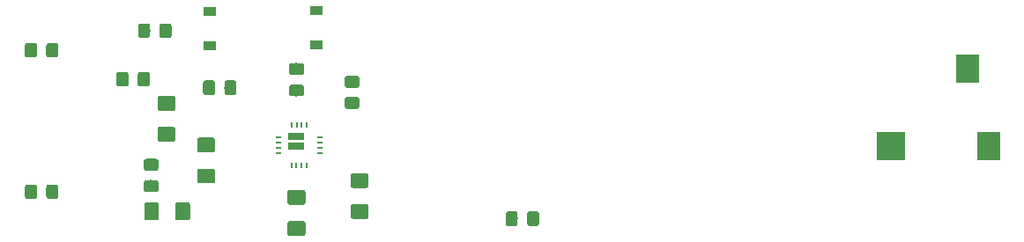
<source format=gbr>
G04 #@! TF.GenerationSoftware,KiCad,Pcbnew,5.0.2+dfsg1-1*
G04 #@! TF.CreationDate,2021-01-08T16:21:55+01:00*
G04 #@! TF.ProjectId,TTGO_weatherboard,5454474f-5f77-4656-9174-686572626f61,rev?*
G04 #@! TF.SameCoordinates,Original*
G04 #@! TF.FileFunction,Paste,Bot*
G04 #@! TF.FilePolarity,Positive*
%FSLAX46Y46*%
G04 Gerber Fmt 4.6, Leading zero omitted, Abs format (unit mm)*
G04 Created by KiCad (PCBNEW 5.0.2+dfsg1-1) date Fr 08 Jan 2021 16:21:55 CET*
%MOMM*%
%LPD*%
G01*
G04 APERTURE LIST*
%ADD10C,0.100000*%
%ADD11C,1.150000*%
%ADD12R,1.200000X0.900000*%
%ADD13R,2.200000X2.800000*%
%ADD14R,2.800000X2.800000*%
%ADD15C,1.425000*%
%ADD16R,0.610000X0.180000*%
%ADD17R,0.180000X0.610000*%
%ADD18R,1.500000X0.800000*%
G04 APERTURE END LIST*
D10*
G04 #@! TO.C,C3*
G36*
X122472705Y-68998804D02*
X122496973Y-69002404D01*
X122520772Y-69008365D01*
X122543871Y-69016630D01*
X122566050Y-69027120D01*
X122587093Y-69039732D01*
X122606799Y-69054347D01*
X122624977Y-69070823D01*
X122641453Y-69089001D01*
X122656068Y-69108707D01*
X122668680Y-69129750D01*
X122679170Y-69151929D01*
X122687435Y-69175028D01*
X122693396Y-69198827D01*
X122696996Y-69223095D01*
X122698200Y-69247599D01*
X122698200Y-70147601D01*
X122696996Y-70172105D01*
X122693396Y-70196373D01*
X122687435Y-70220172D01*
X122679170Y-70243271D01*
X122668680Y-70265450D01*
X122656068Y-70286493D01*
X122641453Y-70306199D01*
X122624977Y-70324377D01*
X122606799Y-70340853D01*
X122587093Y-70355468D01*
X122566050Y-70368080D01*
X122543871Y-70378570D01*
X122520772Y-70386835D01*
X122496973Y-70392796D01*
X122472705Y-70396396D01*
X122448201Y-70397600D01*
X121798199Y-70397600D01*
X121773695Y-70396396D01*
X121749427Y-70392796D01*
X121725628Y-70386835D01*
X121702529Y-70378570D01*
X121680350Y-70368080D01*
X121659307Y-70355468D01*
X121639601Y-70340853D01*
X121621423Y-70324377D01*
X121604947Y-70306199D01*
X121590332Y-70286493D01*
X121577720Y-70265450D01*
X121567230Y-70243271D01*
X121558965Y-70220172D01*
X121553004Y-70196373D01*
X121549404Y-70172105D01*
X121548200Y-70147601D01*
X121548200Y-69247599D01*
X121549404Y-69223095D01*
X121553004Y-69198827D01*
X121558965Y-69175028D01*
X121567230Y-69151929D01*
X121577720Y-69129750D01*
X121590332Y-69108707D01*
X121604947Y-69089001D01*
X121621423Y-69070823D01*
X121639601Y-69054347D01*
X121659307Y-69039732D01*
X121680350Y-69027120D01*
X121702529Y-69016630D01*
X121725628Y-69008365D01*
X121749427Y-69002404D01*
X121773695Y-68998804D01*
X121798199Y-68997600D01*
X122448201Y-68997600D01*
X122472705Y-68998804D01*
X122472705Y-68998804D01*
G37*
D11*
X122123200Y-69697600D03*
D10*
G36*
X120422705Y-68998804D02*
X120446973Y-69002404D01*
X120470772Y-69008365D01*
X120493871Y-69016630D01*
X120516050Y-69027120D01*
X120537093Y-69039732D01*
X120556799Y-69054347D01*
X120574977Y-69070823D01*
X120591453Y-69089001D01*
X120606068Y-69108707D01*
X120618680Y-69129750D01*
X120629170Y-69151929D01*
X120637435Y-69175028D01*
X120643396Y-69198827D01*
X120646996Y-69223095D01*
X120648200Y-69247599D01*
X120648200Y-70147601D01*
X120646996Y-70172105D01*
X120643396Y-70196373D01*
X120637435Y-70220172D01*
X120629170Y-70243271D01*
X120618680Y-70265450D01*
X120606068Y-70286493D01*
X120591453Y-70306199D01*
X120574977Y-70324377D01*
X120556799Y-70340853D01*
X120537093Y-70355468D01*
X120516050Y-70368080D01*
X120493871Y-70378570D01*
X120470772Y-70386835D01*
X120446973Y-70392796D01*
X120422705Y-70396396D01*
X120398201Y-70397600D01*
X119748199Y-70397600D01*
X119723695Y-70396396D01*
X119699427Y-70392796D01*
X119675628Y-70386835D01*
X119652529Y-70378570D01*
X119630350Y-70368080D01*
X119609307Y-70355468D01*
X119589601Y-70340853D01*
X119571423Y-70324377D01*
X119554947Y-70306199D01*
X119540332Y-70286493D01*
X119527720Y-70265450D01*
X119517230Y-70243271D01*
X119508965Y-70220172D01*
X119503004Y-70196373D01*
X119499404Y-70172105D01*
X119498200Y-70147601D01*
X119498200Y-69247599D01*
X119499404Y-69223095D01*
X119503004Y-69198827D01*
X119508965Y-69175028D01*
X119517230Y-69151929D01*
X119527720Y-69129750D01*
X119540332Y-69108707D01*
X119554947Y-69089001D01*
X119571423Y-69070823D01*
X119589601Y-69054347D01*
X119609307Y-69039732D01*
X119630350Y-69027120D01*
X119652529Y-69016630D01*
X119675628Y-69008365D01*
X119699427Y-69002404D01*
X119723695Y-68998804D01*
X119748199Y-68997600D01*
X120398201Y-68997600D01*
X120422705Y-68998804D01*
X120422705Y-68998804D01*
G37*
D11*
X120073200Y-69697600D03*
G04 #@! TD*
D10*
G04 #@! TO.C,C4*
G36*
X114192305Y-63512404D02*
X114216573Y-63516004D01*
X114240372Y-63521965D01*
X114263471Y-63530230D01*
X114285650Y-63540720D01*
X114306693Y-63553332D01*
X114326399Y-63567947D01*
X114344577Y-63584423D01*
X114361053Y-63602601D01*
X114375668Y-63622307D01*
X114388280Y-63643350D01*
X114398770Y-63665529D01*
X114407035Y-63688628D01*
X114412996Y-63712427D01*
X114416596Y-63736695D01*
X114417800Y-63761199D01*
X114417800Y-64661201D01*
X114416596Y-64685705D01*
X114412996Y-64709973D01*
X114407035Y-64733772D01*
X114398770Y-64756871D01*
X114388280Y-64779050D01*
X114375668Y-64800093D01*
X114361053Y-64819799D01*
X114344577Y-64837977D01*
X114326399Y-64854453D01*
X114306693Y-64869068D01*
X114285650Y-64881680D01*
X114263471Y-64892170D01*
X114240372Y-64900435D01*
X114216573Y-64906396D01*
X114192305Y-64909996D01*
X114167801Y-64911200D01*
X113517799Y-64911200D01*
X113493295Y-64909996D01*
X113469027Y-64906396D01*
X113445228Y-64900435D01*
X113422129Y-64892170D01*
X113399950Y-64881680D01*
X113378907Y-64869068D01*
X113359201Y-64854453D01*
X113341023Y-64837977D01*
X113324547Y-64819799D01*
X113309932Y-64800093D01*
X113297320Y-64779050D01*
X113286830Y-64756871D01*
X113278565Y-64733772D01*
X113272604Y-64709973D01*
X113269004Y-64685705D01*
X113267800Y-64661201D01*
X113267800Y-63761199D01*
X113269004Y-63736695D01*
X113272604Y-63712427D01*
X113278565Y-63688628D01*
X113286830Y-63665529D01*
X113297320Y-63643350D01*
X113309932Y-63622307D01*
X113324547Y-63602601D01*
X113341023Y-63584423D01*
X113359201Y-63567947D01*
X113378907Y-63553332D01*
X113399950Y-63540720D01*
X113422129Y-63530230D01*
X113445228Y-63521965D01*
X113469027Y-63516004D01*
X113493295Y-63512404D01*
X113517799Y-63511200D01*
X114167801Y-63511200D01*
X114192305Y-63512404D01*
X114192305Y-63512404D01*
G37*
D11*
X113842800Y-64211200D03*
D10*
G36*
X116242305Y-63512404D02*
X116266573Y-63516004D01*
X116290372Y-63521965D01*
X116313471Y-63530230D01*
X116335650Y-63540720D01*
X116356693Y-63553332D01*
X116376399Y-63567947D01*
X116394577Y-63584423D01*
X116411053Y-63602601D01*
X116425668Y-63622307D01*
X116438280Y-63643350D01*
X116448770Y-63665529D01*
X116457035Y-63688628D01*
X116462996Y-63712427D01*
X116466596Y-63736695D01*
X116467800Y-63761199D01*
X116467800Y-64661201D01*
X116466596Y-64685705D01*
X116462996Y-64709973D01*
X116457035Y-64733772D01*
X116448770Y-64756871D01*
X116438280Y-64779050D01*
X116425668Y-64800093D01*
X116411053Y-64819799D01*
X116394577Y-64837977D01*
X116376399Y-64854453D01*
X116356693Y-64869068D01*
X116335650Y-64881680D01*
X116313471Y-64892170D01*
X116290372Y-64900435D01*
X116266573Y-64906396D01*
X116242305Y-64909996D01*
X116217801Y-64911200D01*
X115567799Y-64911200D01*
X115543295Y-64909996D01*
X115519027Y-64906396D01*
X115495228Y-64900435D01*
X115472129Y-64892170D01*
X115449950Y-64881680D01*
X115428907Y-64869068D01*
X115409201Y-64854453D01*
X115391023Y-64837977D01*
X115374547Y-64819799D01*
X115359932Y-64800093D01*
X115347320Y-64779050D01*
X115336830Y-64756871D01*
X115328565Y-64733772D01*
X115322604Y-64709973D01*
X115319004Y-64685705D01*
X115317800Y-64661201D01*
X115317800Y-63761199D01*
X115319004Y-63736695D01*
X115322604Y-63712427D01*
X115328565Y-63688628D01*
X115336830Y-63665529D01*
X115347320Y-63643350D01*
X115359932Y-63622307D01*
X115374547Y-63602601D01*
X115391023Y-63584423D01*
X115409201Y-63567947D01*
X115428907Y-63553332D01*
X115449950Y-63540720D01*
X115472129Y-63530230D01*
X115495228Y-63521965D01*
X115519027Y-63516004D01*
X115543295Y-63512404D01*
X115567799Y-63511200D01*
X116217801Y-63511200D01*
X116242305Y-63512404D01*
X116242305Y-63512404D01*
G37*
D11*
X115892800Y-64211200D03*
G04 #@! TD*
D10*
G04 #@! TO.C,C5*
G36*
X134281705Y-70597004D02*
X134305973Y-70600604D01*
X134329772Y-70606565D01*
X134352871Y-70614830D01*
X134375050Y-70625320D01*
X134396093Y-70637932D01*
X134415799Y-70652547D01*
X134433977Y-70669023D01*
X134450453Y-70687201D01*
X134465068Y-70706907D01*
X134477680Y-70727950D01*
X134488170Y-70750129D01*
X134496435Y-70773228D01*
X134502396Y-70797027D01*
X134505996Y-70821295D01*
X134507200Y-70845799D01*
X134507200Y-71495801D01*
X134505996Y-71520305D01*
X134502396Y-71544573D01*
X134496435Y-71568372D01*
X134488170Y-71591471D01*
X134477680Y-71613650D01*
X134465068Y-71634693D01*
X134450453Y-71654399D01*
X134433977Y-71672577D01*
X134415799Y-71689053D01*
X134396093Y-71703668D01*
X134375050Y-71716280D01*
X134352871Y-71726770D01*
X134329772Y-71735035D01*
X134305973Y-71740996D01*
X134281705Y-71744596D01*
X134257201Y-71745800D01*
X133357199Y-71745800D01*
X133332695Y-71744596D01*
X133308427Y-71740996D01*
X133284628Y-71735035D01*
X133261529Y-71726770D01*
X133239350Y-71716280D01*
X133218307Y-71703668D01*
X133198601Y-71689053D01*
X133180423Y-71672577D01*
X133163947Y-71654399D01*
X133149332Y-71634693D01*
X133136720Y-71613650D01*
X133126230Y-71591471D01*
X133117965Y-71568372D01*
X133112004Y-71544573D01*
X133108404Y-71520305D01*
X133107200Y-71495801D01*
X133107200Y-70845799D01*
X133108404Y-70821295D01*
X133112004Y-70797027D01*
X133117965Y-70773228D01*
X133126230Y-70750129D01*
X133136720Y-70727950D01*
X133149332Y-70706907D01*
X133163947Y-70687201D01*
X133180423Y-70669023D01*
X133198601Y-70652547D01*
X133218307Y-70637932D01*
X133239350Y-70625320D01*
X133261529Y-70614830D01*
X133284628Y-70606565D01*
X133308427Y-70600604D01*
X133332695Y-70597004D01*
X133357199Y-70595800D01*
X134257201Y-70595800D01*
X134281705Y-70597004D01*
X134281705Y-70597004D01*
G37*
D11*
X133807200Y-71170800D03*
D10*
G36*
X134281705Y-68547004D02*
X134305973Y-68550604D01*
X134329772Y-68556565D01*
X134352871Y-68564830D01*
X134375050Y-68575320D01*
X134396093Y-68587932D01*
X134415799Y-68602547D01*
X134433977Y-68619023D01*
X134450453Y-68637201D01*
X134465068Y-68656907D01*
X134477680Y-68677950D01*
X134488170Y-68700129D01*
X134496435Y-68723228D01*
X134502396Y-68747027D01*
X134505996Y-68771295D01*
X134507200Y-68795799D01*
X134507200Y-69445801D01*
X134505996Y-69470305D01*
X134502396Y-69494573D01*
X134496435Y-69518372D01*
X134488170Y-69541471D01*
X134477680Y-69563650D01*
X134465068Y-69584693D01*
X134450453Y-69604399D01*
X134433977Y-69622577D01*
X134415799Y-69639053D01*
X134396093Y-69653668D01*
X134375050Y-69666280D01*
X134352871Y-69676770D01*
X134329772Y-69685035D01*
X134305973Y-69690996D01*
X134281705Y-69694596D01*
X134257201Y-69695800D01*
X133357199Y-69695800D01*
X133332695Y-69694596D01*
X133308427Y-69690996D01*
X133284628Y-69685035D01*
X133261529Y-69676770D01*
X133239350Y-69666280D01*
X133218307Y-69653668D01*
X133198601Y-69639053D01*
X133180423Y-69622577D01*
X133163947Y-69604399D01*
X133149332Y-69584693D01*
X133136720Y-69563650D01*
X133126230Y-69541471D01*
X133117965Y-69518372D01*
X133112004Y-69494573D01*
X133108404Y-69470305D01*
X133107200Y-69445801D01*
X133107200Y-68795799D01*
X133108404Y-68771295D01*
X133112004Y-68747027D01*
X133117965Y-68723228D01*
X133126230Y-68700129D01*
X133136720Y-68677950D01*
X133149332Y-68656907D01*
X133163947Y-68637201D01*
X133180423Y-68619023D01*
X133198601Y-68602547D01*
X133218307Y-68587932D01*
X133239350Y-68575320D01*
X133261529Y-68564830D01*
X133284628Y-68556565D01*
X133308427Y-68550604D01*
X133332695Y-68547004D01*
X133357199Y-68545800D01*
X134257201Y-68545800D01*
X134281705Y-68547004D01*
X134281705Y-68547004D01*
G37*
D11*
X133807200Y-69120800D03*
G04 #@! TD*
D10*
G04 #@! TO.C,C6*
G36*
X128947705Y-67327804D02*
X128971973Y-67331404D01*
X128995772Y-67337365D01*
X129018871Y-67345630D01*
X129041050Y-67356120D01*
X129062093Y-67368732D01*
X129081799Y-67383347D01*
X129099977Y-67399823D01*
X129116453Y-67418001D01*
X129131068Y-67437707D01*
X129143680Y-67458750D01*
X129154170Y-67480929D01*
X129162435Y-67504028D01*
X129168396Y-67527827D01*
X129171996Y-67552095D01*
X129173200Y-67576599D01*
X129173200Y-68226601D01*
X129171996Y-68251105D01*
X129168396Y-68275373D01*
X129162435Y-68299172D01*
X129154170Y-68322271D01*
X129143680Y-68344450D01*
X129131068Y-68365493D01*
X129116453Y-68385199D01*
X129099977Y-68403377D01*
X129081799Y-68419853D01*
X129062093Y-68434468D01*
X129041050Y-68447080D01*
X129018871Y-68457570D01*
X128995772Y-68465835D01*
X128971973Y-68471796D01*
X128947705Y-68475396D01*
X128923201Y-68476600D01*
X128023199Y-68476600D01*
X127998695Y-68475396D01*
X127974427Y-68471796D01*
X127950628Y-68465835D01*
X127927529Y-68457570D01*
X127905350Y-68447080D01*
X127884307Y-68434468D01*
X127864601Y-68419853D01*
X127846423Y-68403377D01*
X127829947Y-68385199D01*
X127815332Y-68365493D01*
X127802720Y-68344450D01*
X127792230Y-68322271D01*
X127783965Y-68299172D01*
X127778004Y-68275373D01*
X127774404Y-68251105D01*
X127773200Y-68226601D01*
X127773200Y-67576599D01*
X127774404Y-67552095D01*
X127778004Y-67527827D01*
X127783965Y-67504028D01*
X127792230Y-67480929D01*
X127802720Y-67458750D01*
X127815332Y-67437707D01*
X127829947Y-67418001D01*
X127846423Y-67399823D01*
X127864601Y-67383347D01*
X127884307Y-67368732D01*
X127905350Y-67356120D01*
X127927529Y-67345630D01*
X127950628Y-67337365D01*
X127974427Y-67331404D01*
X127998695Y-67327804D01*
X128023199Y-67326600D01*
X128923201Y-67326600D01*
X128947705Y-67327804D01*
X128947705Y-67327804D01*
G37*
D11*
X128473200Y-67901600D03*
D10*
G36*
X128947705Y-69377804D02*
X128971973Y-69381404D01*
X128995772Y-69387365D01*
X129018871Y-69395630D01*
X129041050Y-69406120D01*
X129062093Y-69418732D01*
X129081799Y-69433347D01*
X129099977Y-69449823D01*
X129116453Y-69468001D01*
X129131068Y-69487707D01*
X129143680Y-69508750D01*
X129154170Y-69530929D01*
X129162435Y-69554028D01*
X129168396Y-69577827D01*
X129171996Y-69602095D01*
X129173200Y-69626599D01*
X129173200Y-70276601D01*
X129171996Y-70301105D01*
X129168396Y-70325373D01*
X129162435Y-70349172D01*
X129154170Y-70372271D01*
X129143680Y-70394450D01*
X129131068Y-70415493D01*
X129116453Y-70435199D01*
X129099977Y-70453377D01*
X129081799Y-70469853D01*
X129062093Y-70484468D01*
X129041050Y-70497080D01*
X129018871Y-70507570D01*
X128995772Y-70515835D01*
X128971973Y-70521796D01*
X128947705Y-70525396D01*
X128923201Y-70526600D01*
X128023199Y-70526600D01*
X127998695Y-70525396D01*
X127974427Y-70521796D01*
X127950628Y-70515835D01*
X127927529Y-70507570D01*
X127905350Y-70497080D01*
X127884307Y-70484468D01*
X127864601Y-70469853D01*
X127846423Y-70453377D01*
X127829947Y-70435199D01*
X127815332Y-70415493D01*
X127802720Y-70394450D01*
X127792230Y-70372271D01*
X127783965Y-70349172D01*
X127778004Y-70325373D01*
X127774404Y-70301105D01*
X127773200Y-70276601D01*
X127773200Y-69626599D01*
X127774404Y-69602095D01*
X127778004Y-69577827D01*
X127783965Y-69554028D01*
X127792230Y-69530929D01*
X127802720Y-69508750D01*
X127815332Y-69487707D01*
X127829947Y-69468001D01*
X127846423Y-69449823D01*
X127864601Y-69433347D01*
X127884307Y-69418732D01*
X127905350Y-69406120D01*
X127927529Y-69395630D01*
X127950628Y-69387365D01*
X127974427Y-69381404D01*
X127998695Y-69377804D01*
X128023199Y-69376600D01*
X128923201Y-69376600D01*
X128947705Y-69377804D01*
X128947705Y-69377804D01*
G37*
D11*
X128473200Y-69951600D03*
G04 #@! TD*
D10*
G04 #@! TO.C,C7*
G36*
X114977705Y-76540604D02*
X115001973Y-76544204D01*
X115025772Y-76550165D01*
X115048871Y-76558430D01*
X115071050Y-76568920D01*
X115092093Y-76581532D01*
X115111799Y-76596147D01*
X115129977Y-76612623D01*
X115146453Y-76630801D01*
X115161068Y-76650507D01*
X115173680Y-76671550D01*
X115184170Y-76693729D01*
X115192435Y-76716828D01*
X115198396Y-76740627D01*
X115201996Y-76764895D01*
X115203200Y-76789399D01*
X115203200Y-77439401D01*
X115201996Y-77463905D01*
X115198396Y-77488173D01*
X115192435Y-77511972D01*
X115184170Y-77535071D01*
X115173680Y-77557250D01*
X115161068Y-77578293D01*
X115146453Y-77597999D01*
X115129977Y-77616177D01*
X115111799Y-77632653D01*
X115092093Y-77647268D01*
X115071050Y-77659880D01*
X115048871Y-77670370D01*
X115025772Y-77678635D01*
X115001973Y-77684596D01*
X114977705Y-77688196D01*
X114953201Y-77689400D01*
X114053199Y-77689400D01*
X114028695Y-77688196D01*
X114004427Y-77684596D01*
X113980628Y-77678635D01*
X113957529Y-77670370D01*
X113935350Y-77659880D01*
X113914307Y-77647268D01*
X113894601Y-77632653D01*
X113876423Y-77616177D01*
X113859947Y-77597999D01*
X113845332Y-77578293D01*
X113832720Y-77557250D01*
X113822230Y-77535071D01*
X113813965Y-77511972D01*
X113808004Y-77488173D01*
X113804404Y-77463905D01*
X113803200Y-77439401D01*
X113803200Y-76789399D01*
X113804404Y-76764895D01*
X113808004Y-76740627D01*
X113813965Y-76716828D01*
X113822230Y-76693729D01*
X113832720Y-76671550D01*
X113845332Y-76650507D01*
X113859947Y-76630801D01*
X113876423Y-76612623D01*
X113894601Y-76596147D01*
X113914307Y-76581532D01*
X113935350Y-76568920D01*
X113957529Y-76558430D01*
X113980628Y-76550165D01*
X114004427Y-76544204D01*
X114028695Y-76540604D01*
X114053199Y-76539400D01*
X114953201Y-76539400D01*
X114977705Y-76540604D01*
X114977705Y-76540604D01*
G37*
D11*
X114503200Y-77114400D03*
D10*
G36*
X114977705Y-78590604D02*
X115001973Y-78594204D01*
X115025772Y-78600165D01*
X115048871Y-78608430D01*
X115071050Y-78618920D01*
X115092093Y-78631532D01*
X115111799Y-78646147D01*
X115129977Y-78662623D01*
X115146453Y-78680801D01*
X115161068Y-78700507D01*
X115173680Y-78721550D01*
X115184170Y-78743729D01*
X115192435Y-78766828D01*
X115198396Y-78790627D01*
X115201996Y-78814895D01*
X115203200Y-78839399D01*
X115203200Y-79489401D01*
X115201996Y-79513905D01*
X115198396Y-79538173D01*
X115192435Y-79561972D01*
X115184170Y-79585071D01*
X115173680Y-79607250D01*
X115161068Y-79628293D01*
X115146453Y-79647999D01*
X115129977Y-79666177D01*
X115111799Y-79682653D01*
X115092093Y-79697268D01*
X115071050Y-79709880D01*
X115048871Y-79720370D01*
X115025772Y-79728635D01*
X115001973Y-79734596D01*
X114977705Y-79738196D01*
X114953201Y-79739400D01*
X114053199Y-79739400D01*
X114028695Y-79738196D01*
X114004427Y-79734596D01*
X113980628Y-79728635D01*
X113957529Y-79720370D01*
X113935350Y-79709880D01*
X113914307Y-79697268D01*
X113894601Y-79682653D01*
X113876423Y-79666177D01*
X113859947Y-79647999D01*
X113845332Y-79628293D01*
X113832720Y-79607250D01*
X113822230Y-79585071D01*
X113813965Y-79561972D01*
X113808004Y-79538173D01*
X113804404Y-79513905D01*
X113803200Y-79489401D01*
X113803200Y-78839399D01*
X113804404Y-78814895D01*
X113808004Y-78790627D01*
X113813965Y-78766828D01*
X113822230Y-78743729D01*
X113832720Y-78721550D01*
X113845332Y-78700507D01*
X113859947Y-78680801D01*
X113876423Y-78662623D01*
X113894601Y-78646147D01*
X113914307Y-78631532D01*
X113935350Y-78618920D01*
X113957529Y-78608430D01*
X113980628Y-78600165D01*
X114004427Y-78594204D01*
X114028695Y-78590604D01*
X114053199Y-78589400D01*
X114953201Y-78589400D01*
X114977705Y-78590604D01*
X114977705Y-78590604D01*
G37*
D11*
X114503200Y-79164400D03*
G04 #@! TD*
D12*
G04 #@! TO.C,D1*
X130352800Y-65556400D03*
X130352800Y-62256400D03*
G04 #@! TD*
G04 #@! TO.C,D2*
X120115600Y-62358000D03*
X120115600Y-65658000D03*
G04 #@! TD*
D13*
G04 #@! TO.C,J2*
X192963600Y-67877200D03*
X194963600Y-75277200D03*
D14*
X185563600Y-75277200D03*
G04 #@! TD*
D10*
G04 #@! TO.C,R1*
G36*
X103303105Y-65392004D02*
X103327373Y-65395604D01*
X103351172Y-65401565D01*
X103374271Y-65409830D01*
X103396450Y-65420320D01*
X103417493Y-65432932D01*
X103437199Y-65447547D01*
X103455377Y-65464023D01*
X103471853Y-65482201D01*
X103486468Y-65501907D01*
X103499080Y-65522950D01*
X103509570Y-65545129D01*
X103517835Y-65568228D01*
X103523796Y-65592027D01*
X103527396Y-65616295D01*
X103528600Y-65640799D01*
X103528600Y-66540801D01*
X103527396Y-66565305D01*
X103523796Y-66589573D01*
X103517835Y-66613372D01*
X103509570Y-66636471D01*
X103499080Y-66658650D01*
X103486468Y-66679693D01*
X103471853Y-66699399D01*
X103455377Y-66717577D01*
X103437199Y-66734053D01*
X103417493Y-66748668D01*
X103396450Y-66761280D01*
X103374271Y-66771770D01*
X103351172Y-66780035D01*
X103327373Y-66785996D01*
X103303105Y-66789596D01*
X103278601Y-66790800D01*
X102628599Y-66790800D01*
X102604095Y-66789596D01*
X102579827Y-66785996D01*
X102556028Y-66780035D01*
X102532929Y-66771770D01*
X102510750Y-66761280D01*
X102489707Y-66748668D01*
X102470001Y-66734053D01*
X102451823Y-66717577D01*
X102435347Y-66699399D01*
X102420732Y-66679693D01*
X102408120Y-66658650D01*
X102397630Y-66636471D01*
X102389365Y-66613372D01*
X102383404Y-66589573D01*
X102379804Y-66565305D01*
X102378600Y-66540801D01*
X102378600Y-65640799D01*
X102379804Y-65616295D01*
X102383404Y-65592027D01*
X102389365Y-65568228D01*
X102397630Y-65545129D01*
X102408120Y-65522950D01*
X102420732Y-65501907D01*
X102435347Y-65482201D01*
X102451823Y-65464023D01*
X102470001Y-65447547D01*
X102489707Y-65432932D01*
X102510750Y-65420320D01*
X102532929Y-65409830D01*
X102556028Y-65401565D01*
X102579827Y-65395604D01*
X102604095Y-65392004D01*
X102628599Y-65390800D01*
X103278601Y-65390800D01*
X103303105Y-65392004D01*
X103303105Y-65392004D01*
G37*
D11*
X102953600Y-66090800D03*
D10*
G36*
X105353105Y-65392004D02*
X105377373Y-65395604D01*
X105401172Y-65401565D01*
X105424271Y-65409830D01*
X105446450Y-65420320D01*
X105467493Y-65432932D01*
X105487199Y-65447547D01*
X105505377Y-65464023D01*
X105521853Y-65482201D01*
X105536468Y-65501907D01*
X105549080Y-65522950D01*
X105559570Y-65545129D01*
X105567835Y-65568228D01*
X105573796Y-65592027D01*
X105577396Y-65616295D01*
X105578600Y-65640799D01*
X105578600Y-66540801D01*
X105577396Y-66565305D01*
X105573796Y-66589573D01*
X105567835Y-66613372D01*
X105559570Y-66636471D01*
X105549080Y-66658650D01*
X105536468Y-66679693D01*
X105521853Y-66699399D01*
X105505377Y-66717577D01*
X105487199Y-66734053D01*
X105467493Y-66748668D01*
X105446450Y-66761280D01*
X105424271Y-66771770D01*
X105401172Y-66780035D01*
X105377373Y-66785996D01*
X105353105Y-66789596D01*
X105328601Y-66790800D01*
X104678599Y-66790800D01*
X104654095Y-66789596D01*
X104629827Y-66785996D01*
X104606028Y-66780035D01*
X104582929Y-66771770D01*
X104560750Y-66761280D01*
X104539707Y-66748668D01*
X104520001Y-66734053D01*
X104501823Y-66717577D01*
X104485347Y-66699399D01*
X104470732Y-66679693D01*
X104458120Y-66658650D01*
X104447630Y-66636471D01*
X104439365Y-66613372D01*
X104433404Y-66589573D01*
X104429804Y-66565305D01*
X104428600Y-66540801D01*
X104428600Y-65640799D01*
X104429804Y-65616295D01*
X104433404Y-65592027D01*
X104439365Y-65568228D01*
X104447630Y-65545129D01*
X104458120Y-65522950D01*
X104470732Y-65501907D01*
X104485347Y-65482201D01*
X104501823Y-65464023D01*
X104520001Y-65447547D01*
X104539707Y-65432932D01*
X104560750Y-65420320D01*
X104582929Y-65409830D01*
X104606028Y-65401565D01*
X104629827Y-65395604D01*
X104654095Y-65392004D01*
X104678599Y-65390800D01*
X105328601Y-65390800D01*
X105353105Y-65392004D01*
X105353105Y-65392004D01*
G37*
D11*
X105003600Y-66090800D03*
G04 #@! TD*
D10*
G04 #@! TO.C,R2*
G36*
X103303105Y-79006404D02*
X103327373Y-79010004D01*
X103351172Y-79015965D01*
X103374271Y-79024230D01*
X103396450Y-79034720D01*
X103417493Y-79047332D01*
X103437199Y-79061947D01*
X103455377Y-79078423D01*
X103471853Y-79096601D01*
X103486468Y-79116307D01*
X103499080Y-79137350D01*
X103509570Y-79159529D01*
X103517835Y-79182628D01*
X103523796Y-79206427D01*
X103527396Y-79230695D01*
X103528600Y-79255199D01*
X103528600Y-80155201D01*
X103527396Y-80179705D01*
X103523796Y-80203973D01*
X103517835Y-80227772D01*
X103509570Y-80250871D01*
X103499080Y-80273050D01*
X103486468Y-80294093D01*
X103471853Y-80313799D01*
X103455377Y-80331977D01*
X103437199Y-80348453D01*
X103417493Y-80363068D01*
X103396450Y-80375680D01*
X103374271Y-80386170D01*
X103351172Y-80394435D01*
X103327373Y-80400396D01*
X103303105Y-80403996D01*
X103278601Y-80405200D01*
X102628599Y-80405200D01*
X102604095Y-80403996D01*
X102579827Y-80400396D01*
X102556028Y-80394435D01*
X102532929Y-80386170D01*
X102510750Y-80375680D01*
X102489707Y-80363068D01*
X102470001Y-80348453D01*
X102451823Y-80331977D01*
X102435347Y-80313799D01*
X102420732Y-80294093D01*
X102408120Y-80273050D01*
X102397630Y-80250871D01*
X102389365Y-80227772D01*
X102383404Y-80203973D01*
X102379804Y-80179705D01*
X102378600Y-80155201D01*
X102378600Y-79255199D01*
X102379804Y-79230695D01*
X102383404Y-79206427D01*
X102389365Y-79182628D01*
X102397630Y-79159529D01*
X102408120Y-79137350D01*
X102420732Y-79116307D01*
X102435347Y-79096601D01*
X102451823Y-79078423D01*
X102470001Y-79061947D01*
X102489707Y-79047332D01*
X102510750Y-79034720D01*
X102532929Y-79024230D01*
X102556028Y-79015965D01*
X102579827Y-79010004D01*
X102604095Y-79006404D01*
X102628599Y-79005200D01*
X103278601Y-79005200D01*
X103303105Y-79006404D01*
X103303105Y-79006404D01*
G37*
D11*
X102953600Y-79705200D03*
D10*
G36*
X105353105Y-79006404D02*
X105377373Y-79010004D01*
X105401172Y-79015965D01*
X105424271Y-79024230D01*
X105446450Y-79034720D01*
X105467493Y-79047332D01*
X105487199Y-79061947D01*
X105505377Y-79078423D01*
X105521853Y-79096601D01*
X105536468Y-79116307D01*
X105549080Y-79137350D01*
X105559570Y-79159529D01*
X105567835Y-79182628D01*
X105573796Y-79206427D01*
X105577396Y-79230695D01*
X105578600Y-79255199D01*
X105578600Y-80155201D01*
X105577396Y-80179705D01*
X105573796Y-80203973D01*
X105567835Y-80227772D01*
X105559570Y-80250871D01*
X105549080Y-80273050D01*
X105536468Y-80294093D01*
X105521853Y-80313799D01*
X105505377Y-80331977D01*
X105487199Y-80348453D01*
X105467493Y-80363068D01*
X105446450Y-80375680D01*
X105424271Y-80386170D01*
X105401172Y-80394435D01*
X105377373Y-80400396D01*
X105353105Y-80403996D01*
X105328601Y-80405200D01*
X104678599Y-80405200D01*
X104654095Y-80403996D01*
X104629827Y-80400396D01*
X104606028Y-80394435D01*
X104582929Y-80386170D01*
X104560750Y-80375680D01*
X104539707Y-80363068D01*
X104520001Y-80348453D01*
X104501823Y-80331977D01*
X104485347Y-80313799D01*
X104470732Y-80294093D01*
X104458120Y-80273050D01*
X104447630Y-80250871D01*
X104439365Y-80227772D01*
X104433404Y-80203973D01*
X104429804Y-80179705D01*
X104428600Y-80155201D01*
X104428600Y-79255199D01*
X104429804Y-79230695D01*
X104433404Y-79206427D01*
X104439365Y-79182628D01*
X104447630Y-79159529D01*
X104458120Y-79137350D01*
X104470732Y-79116307D01*
X104485347Y-79096601D01*
X104501823Y-79078423D01*
X104520001Y-79061947D01*
X104539707Y-79047332D01*
X104560750Y-79034720D01*
X104582929Y-79024230D01*
X104606028Y-79015965D01*
X104629827Y-79010004D01*
X104654095Y-79006404D01*
X104678599Y-79005200D01*
X105328601Y-79005200D01*
X105353105Y-79006404D01*
X105353105Y-79006404D01*
G37*
D11*
X105003600Y-79705200D03*
G04 #@! TD*
D10*
G04 #@! TO.C,R3*
G36*
X151548305Y-81597204D02*
X151572573Y-81600804D01*
X151596372Y-81606765D01*
X151619471Y-81615030D01*
X151641650Y-81625520D01*
X151662693Y-81638132D01*
X151682399Y-81652747D01*
X151700577Y-81669223D01*
X151717053Y-81687401D01*
X151731668Y-81707107D01*
X151744280Y-81728150D01*
X151754770Y-81750329D01*
X151763035Y-81773428D01*
X151768996Y-81797227D01*
X151772596Y-81821495D01*
X151773800Y-81845999D01*
X151773800Y-82746001D01*
X151772596Y-82770505D01*
X151768996Y-82794773D01*
X151763035Y-82818572D01*
X151754770Y-82841671D01*
X151744280Y-82863850D01*
X151731668Y-82884893D01*
X151717053Y-82904599D01*
X151700577Y-82922777D01*
X151682399Y-82939253D01*
X151662693Y-82953868D01*
X151641650Y-82966480D01*
X151619471Y-82976970D01*
X151596372Y-82985235D01*
X151572573Y-82991196D01*
X151548305Y-82994796D01*
X151523801Y-82996000D01*
X150873799Y-82996000D01*
X150849295Y-82994796D01*
X150825027Y-82991196D01*
X150801228Y-82985235D01*
X150778129Y-82976970D01*
X150755950Y-82966480D01*
X150734907Y-82953868D01*
X150715201Y-82939253D01*
X150697023Y-82922777D01*
X150680547Y-82904599D01*
X150665932Y-82884893D01*
X150653320Y-82863850D01*
X150642830Y-82841671D01*
X150634565Y-82818572D01*
X150628604Y-82794773D01*
X150625004Y-82770505D01*
X150623800Y-82746001D01*
X150623800Y-81845999D01*
X150625004Y-81821495D01*
X150628604Y-81797227D01*
X150634565Y-81773428D01*
X150642830Y-81750329D01*
X150653320Y-81728150D01*
X150665932Y-81707107D01*
X150680547Y-81687401D01*
X150697023Y-81669223D01*
X150715201Y-81652747D01*
X150734907Y-81638132D01*
X150755950Y-81625520D01*
X150778129Y-81615030D01*
X150801228Y-81606765D01*
X150825027Y-81600804D01*
X150849295Y-81597204D01*
X150873799Y-81596000D01*
X151523801Y-81596000D01*
X151548305Y-81597204D01*
X151548305Y-81597204D01*
G37*
D11*
X151198800Y-82296000D03*
D10*
G36*
X149498305Y-81597204D02*
X149522573Y-81600804D01*
X149546372Y-81606765D01*
X149569471Y-81615030D01*
X149591650Y-81625520D01*
X149612693Y-81638132D01*
X149632399Y-81652747D01*
X149650577Y-81669223D01*
X149667053Y-81687401D01*
X149681668Y-81707107D01*
X149694280Y-81728150D01*
X149704770Y-81750329D01*
X149713035Y-81773428D01*
X149718996Y-81797227D01*
X149722596Y-81821495D01*
X149723800Y-81845999D01*
X149723800Y-82746001D01*
X149722596Y-82770505D01*
X149718996Y-82794773D01*
X149713035Y-82818572D01*
X149704770Y-82841671D01*
X149694280Y-82863850D01*
X149681668Y-82884893D01*
X149667053Y-82904599D01*
X149650577Y-82922777D01*
X149632399Y-82939253D01*
X149612693Y-82953868D01*
X149591650Y-82966480D01*
X149569471Y-82976970D01*
X149546372Y-82985235D01*
X149522573Y-82991196D01*
X149498305Y-82994796D01*
X149473801Y-82996000D01*
X148823799Y-82996000D01*
X148799295Y-82994796D01*
X148775027Y-82991196D01*
X148751228Y-82985235D01*
X148728129Y-82976970D01*
X148705950Y-82966480D01*
X148684907Y-82953868D01*
X148665201Y-82939253D01*
X148647023Y-82922777D01*
X148630547Y-82904599D01*
X148615932Y-82884893D01*
X148603320Y-82863850D01*
X148592830Y-82841671D01*
X148584565Y-82818572D01*
X148578604Y-82794773D01*
X148575004Y-82770505D01*
X148573800Y-82746001D01*
X148573800Y-81845999D01*
X148575004Y-81821495D01*
X148578604Y-81797227D01*
X148584565Y-81773428D01*
X148592830Y-81750329D01*
X148603320Y-81728150D01*
X148615932Y-81707107D01*
X148630547Y-81687401D01*
X148647023Y-81669223D01*
X148665201Y-81652747D01*
X148684907Y-81638132D01*
X148705950Y-81625520D01*
X148728129Y-81615030D01*
X148751228Y-81606765D01*
X148775027Y-81600804D01*
X148799295Y-81597204D01*
X148823799Y-81596000D01*
X149473801Y-81596000D01*
X149498305Y-81597204D01*
X149498305Y-81597204D01*
G37*
D11*
X149148800Y-82296000D03*
G04 #@! TD*
D10*
G04 #@! TO.C,R4*
G36*
X114141505Y-68186004D02*
X114165773Y-68189604D01*
X114189572Y-68195565D01*
X114212671Y-68203830D01*
X114234850Y-68214320D01*
X114255893Y-68226932D01*
X114275599Y-68241547D01*
X114293777Y-68258023D01*
X114310253Y-68276201D01*
X114324868Y-68295907D01*
X114337480Y-68316950D01*
X114347970Y-68339129D01*
X114356235Y-68362228D01*
X114362196Y-68386027D01*
X114365796Y-68410295D01*
X114367000Y-68434799D01*
X114367000Y-69334801D01*
X114365796Y-69359305D01*
X114362196Y-69383573D01*
X114356235Y-69407372D01*
X114347970Y-69430471D01*
X114337480Y-69452650D01*
X114324868Y-69473693D01*
X114310253Y-69493399D01*
X114293777Y-69511577D01*
X114275599Y-69528053D01*
X114255893Y-69542668D01*
X114234850Y-69555280D01*
X114212671Y-69565770D01*
X114189572Y-69574035D01*
X114165773Y-69579996D01*
X114141505Y-69583596D01*
X114117001Y-69584800D01*
X113466999Y-69584800D01*
X113442495Y-69583596D01*
X113418227Y-69579996D01*
X113394428Y-69574035D01*
X113371329Y-69565770D01*
X113349150Y-69555280D01*
X113328107Y-69542668D01*
X113308401Y-69528053D01*
X113290223Y-69511577D01*
X113273747Y-69493399D01*
X113259132Y-69473693D01*
X113246520Y-69452650D01*
X113236030Y-69430471D01*
X113227765Y-69407372D01*
X113221804Y-69383573D01*
X113218204Y-69359305D01*
X113217000Y-69334801D01*
X113217000Y-68434799D01*
X113218204Y-68410295D01*
X113221804Y-68386027D01*
X113227765Y-68362228D01*
X113236030Y-68339129D01*
X113246520Y-68316950D01*
X113259132Y-68295907D01*
X113273747Y-68276201D01*
X113290223Y-68258023D01*
X113308401Y-68241547D01*
X113328107Y-68226932D01*
X113349150Y-68214320D01*
X113371329Y-68203830D01*
X113394428Y-68195565D01*
X113418227Y-68189604D01*
X113442495Y-68186004D01*
X113466999Y-68184800D01*
X114117001Y-68184800D01*
X114141505Y-68186004D01*
X114141505Y-68186004D01*
G37*
D11*
X113792000Y-68884800D03*
D10*
G36*
X112091505Y-68186004D02*
X112115773Y-68189604D01*
X112139572Y-68195565D01*
X112162671Y-68203830D01*
X112184850Y-68214320D01*
X112205893Y-68226932D01*
X112225599Y-68241547D01*
X112243777Y-68258023D01*
X112260253Y-68276201D01*
X112274868Y-68295907D01*
X112287480Y-68316950D01*
X112297970Y-68339129D01*
X112306235Y-68362228D01*
X112312196Y-68386027D01*
X112315796Y-68410295D01*
X112317000Y-68434799D01*
X112317000Y-69334801D01*
X112315796Y-69359305D01*
X112312196Y-69383573D01*
X112306235Y-69407372D01*
X112297970Y-69430471D01*
X112287480Y-69452650D01*
X112274868Y-69473693D01*
X112260253Y-69493399D01*
X112243777Y-69511577D01*
X112225599Y-69528053D01*
X112205893Y-69542668D01*
X112184850Y-69555280D01*
X112162671Y-69565770D01*
X112139572Y-69574035D01*
X112115773Y-69579996D01*
X112091505Y-69583596D01*
X112067001Y-69584800D01*
X111416999Y-69584800D01*
X111392495Y-69583596D01*
X111368227Y-69579996D01*
X111344428Y-69574035D01*
X111321329Y-69565770D01*
X111299150Y-69555280D01*
X111278107Y-69542668D01*
X111258401Y-69528053D01*
X111240223Y-69511577D01*
X111223747Y-69493399D01*
X111209132Y-69473693D01*
X111196520Y-69452650D01*
X111186030Y-69430471D01*
X111177765Y-69407372D01*
X111171804Y-69383573D01*
X111168204Y-69359305D01*
X111167000Y-69334801D01*
X111167000Y-68434799D01*
X111168204Y-68410295D01*
X111171804Y-68386027D01*
X111177765Y-68362228D01*
X111186030Y-68339129D01*
X111196520Y-68316950D01*
X111209132Y-68295907D01*
X111223747Y-68276201D01*
X111240223Y-68258023D01*
X111258401Y-68241547D01*
X111278107Y-68226932D01*
X111299150Y-68214320D01*
X111321329Y-68203830D01*
X111344428Y-68195565D01*
X111368227Y-68189604D01*
X111392495Y-68186004D01*
X111416999Y-68184800D01*
X112067001Y-68184800D01*
X112091505Y-68186004D01*
X112091505Y-68186004D01*
G37*
D11*
X111742000Y-68884800D03*
G04 #@! TD*
D10*
G04 #@! TO.C,R5*
G36*
X129122704Y-82513404D02*
X129146973Y-82517004D01*
X129170771Y-82522965D01*
X129193871Y-82531230D01*
X129216049Y-82541720D01*
X129237093Y-82554333D01*
X129256798Y-82568947D01*
X129274977Y-82585423D01*
X129291453Y-82603602D01*
X129306067Y-82623307D01*
X129318680Y-82644351D01*
X129329170Y-82666529D01*
X129337435Y-82689629D01*
X129343396Y-82713427D01*
X129346996Y-82737696D01*
X129348200Y-82762200D01*
X129348200Y-83687200D01*
X129346996Y-83711704D01*
X129343396Y-83735973D01*
X129337435Y-83759771D01*
X129329170Y-83782871D01*
X129318680Y-83805049D01*
X129306067Y-83826093D01*
X129291453Y-83845798D01*
X129274977Y-83863977D01*
X129256798Y-83880453D01*
X129237093Y-83895067D01*
X129216049Y-83907680D01*
X129193871Y-83918170D01*
X129170771Y-83926435D01*
X129146973Y-83932396D01*
X129122704Y-83935996D01*
X129098200Y-83937200D01*
X127848200Y-83937200D01*
X127823696Y-83935996D01*
X127799427Y-83932396D01*
X127775629Y-83926435D01*
X127752529Y-83918170D01*
X127730351Y-83907680D01*
X127709307Y-83895067D01*
X127689602Y-83880453D01*
X127671423Y-83863977D01*
X127654947Y-83845798D01*
X127640333Y-83826093D01*
X127627720Y-83805049D01*
X127617230Y-83782871D01*
X127608965Y-83759771D01*
X127603004Y-83735973D01*
X127599404Y-83711704D01*
X127598200Y-83687200D01*
X127598200Y-82762200D01*
X127599404Y-82737696D01*
X127603004Y-82713427D01*
X127608965Y-82689629D01*
X127617230Y-82666529D01*
X127627720Y-82644351D01*
X127640333Y-82623307D01*
X127654947Y-82603602D01*
X127671423Y-82585423D01*
X127689602Y-82568947D01*
X127709307Y-82554333D01*
X127730351Y-82541720D01*
X127752529Y-82531230D01*
X127775629Y-82522965D01*
X127799427Y-82517004D01*
X127823696Y-82513404D01*
X127848200Y-82512200D01*
X129098200Y-82512200D01*
X129122704Y-82513404D01*
X129122704Y-82513404D01*
G37*
D15*
X128473200Y-83224700D03*
D10*
G36*
X129122704Y-79538404D02*
X129146973Y-79542004D01*
X129170771Y-79547965D01*
X129193871Y-79556230D01*
X129216049Y-79566720D01*
X129237093Y-79579333D01*
X129256798Y-79593947D01*
X129274977Y-79610423D01*
X129291453Y-79628602D01*
X129306067Y-79648307D01*
X129318680Y-79669351D01*
X129329170Y-79691529D01*
X129337435Y-79714629D01*
X129343396Y-79738427D01*
X129346996Y-79762696D01*
X129348200Y-79787200D01*
X129348200Y-80712200D01*
X129346996Y-80736704D01*
X129343396Y-80760973D01*
X129337435Y-80784771D01*
X129329170Y-80807871D01*
X129318680Y-80830049D01*
X129306067Y-80851093D01*
X129291453Y-80870798D01*
X129274977Y-80888977D01*
X129256798Y-80905453D01*
X129237093Y-80920067D01*
X129216049Y-80932680D01*
X129193871Y-80943170D01*
X129170771Y-80951435D01*
X129146973Y-80957396D01*
X129122704Y-80960996D01*
X129098200Y-80962200D01*
X127848200Y-80962200D01*
X127823696Y-80960996D01*
X127799427Y-80957396D01*
X127775629Y-80951435D01*
X127752529Y-80943170D01*
X127730351Y-80932680D01*
X127709307Y-80920067D01*
X127689602Y-80905453D01*
X127671423Y-80888977D01*
X127654947Y-80870798D01*
X127640333Y-80851093D01*
X127627720Y-80830049D01*
X127617230Y-80807871D01*
X127608965Y-80784771D01*
X127603004Y-80760973D01*
X127599404Y-80736704D01*
X127598200Y-80712200D01*
X127598200Y-79787200D01*
X127599404Y-79762696D01*
X127603004Y-79738427D01*
X127608965Y-79714629D01*
X127617230Y-79691529D01*
X127627720Y-79669351D01*
X127640333Y-79648307D01*
X127654947Y-79628602D01*
X127671423Y-79610423D01*
X127689602Y-79593947D01*
X127709307Y-79579333D01*
X127730351Y-79566720D01*
X127752529Y-79556230D01*
X127775629Y-79547965D01*
X127799427Y-79542004D01*
X127823696Y-79538404D01*
X127848200Y-79537200D01*
X129098200Y-79537200D01*
X129122704Y-79538404D01*
X129122704Y-79538404D01*
G37*
D15*
X128473200Y-80249700D03*
G04 #@! TD*
D10*
G04 #@! TO.C,R6*
G36*
X115041004Y-80711004D02*
X115065273Y-80714604D01*
X115089071Y-80720565D01*
X115112171Y-80728830D01*
X115134349Y-80739320D01*
X115155393Y-80751933D01*
X115175098Y-80766547D01*
X115193277Y-80783023D01*
X115209753Y-80801202D01*
X115224367Y-80820907D01*
X115236980Y-80841951D01*
X115247470Y-80864129D01*
X115255735Y-80887229D01*
X115261696Y-80911027D01*
X115265296Y-80935296D01*
X115266500Y-80959800D01*
X115266500Y-82209800D01*
X115265296Y-82234304D01*
X115261696Y-82258573D01*
X115255735Y-82282371D01*
X115247470Y-82305471D01*
X115236980Y-82327649D01*
X115224367Y-82348693D01*
X115209753Y-82368398D01*
X115193277Y-82386577D01*
X115175098Y-82403053D01*
X115155393Y-82417667D01*
X115134349Y-82430280D01*
X115112171Y-82440770D01*
X115089071Y-82449035D01*
X115065273Y-82454996D01*
X115041004Y-82458596D01*
X115016500Y-82459800D01*
X114091500Y-82459800D01*
X114066996Y-82458596D01*
X114042727Y-82454996D01*
X114018929Y-82449035D01*
X113995829Y-82440770D01*
X113973651Y-82430280D01*
X113952607Y-82417667D01*
X113932902Y-82403053D01*
X113914723Y-82386577D01*
X113898247Y-82368398D01*
X113883633Y-82348693D01*
X113871020Y-82327649D01*
X113860530Y-82305471D01*
X113852265Y-82282371D01*
X113846304Y-82258573D01*
X113842704Y-82234304D01*
X113841500Y-82209800D01*
X113841500Y-80959800D01*
X113842704Y-80935296D01*
X113846304Y-80911027D01*
X113852265Y-80887229D01*
X113860530Y-80864129D01*
X113871020Y-80841951D01*
X113883633Y-80820907D01*
X113898247Y-80801202D01*
X113914723Y-80783023D01*
X113932902Y-80766547D01*
X113952607Y-80751933D01*
X113973651Y-80739320D01*
X113995829Y-80728830D01*
X114018929Y-80720565D01*
X114042727Y-80714604D01*
X114066996Y-80711004D01*
X114091500Y-80709800D01*
X115016500Y-80709800D01*
X115041004Y-80711004D01*
X115041004Y-80711004D01*
G37*
D15*
X114554000Y-81584800D03*
D10*
G36*
X118016004Y-80711004D02*
X118040273Y-80714604D01*
X118064071Y-80720565D01*
X118087171Y-80728830D01*
X118109349Y-80739320D01*
X118130393Y-80751933D01*
X118150098Y-80766547D01*
X118168277Y-80783023D01*
X118184753Y-80801202D01*
X118199367Y-80820907D01*
X118211980Y-80841951D01*
X118222470Y-80864129D01*
X118230735Y-80887229D01*
X118236696Y-80911027D01*
X118240296Y-80935296D01*
X118241500Y-80959800D01*
X118241500Y-82209800D01*
X118240296Y-82234304D01*
X118236696Y-82258573D01*
X118230735Y-82282371D01*
X118222470Y-82305471D01*
X118211980Y-82327649D01*
X118199367Y-82348693D01*
X118184753Y-82368398D01*
X118168277Y-82386577D01*
X118150098Y-82403053D01*
X118130393Y-82417667D01*
X118109349Y-82430280D01*
X118087171Y-82440770D01*
X118064071Y-82449035D01*
X118040273Y-82454996D01*
X118016004Y-82458596D01*
X117991500Y-82459800D01*
X117066500Y-82459800D01*
X117041996Y-82458596D01*
X117017727Y-82454996D01*
X116993929Y-82449035D01*
X116970829Y-82440770D01*
X116948651Y-82430280D01*
X116927607Y-82417667D01*
X116907902Y-82403053D01*
X116889723Y-82386577D01*
X116873247Y-82368398D01*
X116858633Y-82348693D01*
X116846020Y-82327649D01*
X116835530Y-82305471D01*
X116827265Y-82282371D01*
X116821304Y-82258573D01*
X116817704Y-82234304D01*
X116816500Y-82209800D01*
X116816500Y-80959800D01*
X116817704Y-80935296D01*
X116821304Y-80911027D01*
X116827265Y-80887229D01*
X116835530Y-80864129D01*
X116846020Y-80841951D01*
X116858633Y-80820907D01*
X116873247Y-80801202D01*
X116889723Y-80783023D01*
X116907902Y-80766547D01*
X116927607Y-80751933D01*
X116948651Y-80739320D01*
X116970829Y-80728830D01*
X116993929Y-80720565D01*
X117017727Y-80714604D01*
X117041996Y-80711004D01*
X117066500Y-80709800D01*
X117991500Y-80709800D01*
X118016004Y-80711004D01*
X118016004Y-80711004D01*
G37*
D15*
X117529000Y-81584800D03*
G04 #@! TD*
D10*
G04 #@! TO.C,R7*
G36*
X116625904Y-73471004D02*
X116650173Y-73474604D01*
X116673971Y-73480565D01*
X116697071Y-73488830D01*
X116719249Y-73499320D01*
X116740293Y-73511933D01*
X116759998Y-73526547D01*
X116778177Y-73543023D01*
X116794653Y-73561202D01*
X116809267Y-73580907D01*
X116821880Y-73601951D01*
X116832370Y-73624129D01*
X116840635Y-73647229D01*
X116846596Y-73671027D01*
X116850196Y-73695296D01*
X116851400Y-73719800D01*
X116851400Y-74644800D01*
X116850196Y-74669304D01*
X116846596Y-74693573D01*
X116840635Y-74717371D01*
X116832370Y-74740471D01*
X116821880Y-74762649D01*
X116809267Y-74783693D01*
X116794653Y-74803398D01*
X116778177Y-74821577D01*
X116759998Y-74838053D01*
X116740293Y-74852667D01*
X116719249Y-74865280D01*
X116697071Y-74875770D01*
X116673971Y-74884035D01*
X116650173Y-74889996D01*
X116625904Y-74893596D01*
X116601400Y-74894800D01*
X115351400Y-74894800D01*
X115326896Y-74893596D01*
X115302627Y-74889996D01*
X115278829Y-74884035D01*
X115255729Y-74875770D01*
X115233551Y-74865280D01*
X115212507Y-74852667D01*
X115192802Y-74838053D01*
X115174623Y-74821577D01*
X115158147Y-74803398D01*
X115143533Y-74783693D01*
X115130920Y-74762649D01*
X115120430Y-74740471D01*
X115112165Y-74717371D01*
X115106204Y-74693573D01*
X115102604Y-74669304D01*
X115101400Y-74644800D01*
X115101400Y-73719800D01*
X115102604Y-73695296D01*
X115106204Y-73671027D01*
X115112165Y-73647229D01*
X115120430Y-73624129D01*
X115130920Y-73601951D01*
X115143533Y-73580907D01*
X115158147Y-73561202D01*
X115174623Y-73543023D01*
X115192802Y-73526547D01*
X115212507Y-73511933D01*
X115233551Y-73499320D01*
X115255729Y-73488830D01*
X115278829Y-73480565D01*
X115302627Y-73474604D01*
X115326896Y-73471004D01*
X115351400Y-73469800D01*
X116601400Y-73469800D01*
X116625904Y-73471004D01*
X116625904Y-73471004D01*
G37*
D15*
X115976400Y-74182300D03*
D10*
G36*
X116625904Y-70496004D02*
X116650173Y-70499604D01*
X116673971Y-70505565D01*
X116697071Y-70513830D01*
X116719249Y-70524320D01*
X116740293Y-70536933D01*
X116759998Y-70551547D01*
X116778177Y-70568023D01*
X116794653Y-70586202D01*
X116809267Y-70605907D01*
X116821880Y-70626951D01*
X116832370Y-70649129D01*
X116840635Y-70672229D01*
X116846596Y-70696027D01*
X116850196Y-70720296D01*
X116851400Y-70744800D01*
X116851400Y-71669800D01*
X116850196Y-71694304D01*
X116846596Y-71718573D01*
X116840635Y-71742371D01*
X116832370Y-71765471D01*
X116821880Y-71787649D01*
X116809267Y-71808693D01*
X116794653Y-71828398D01*
X116778177Y-71846577D01*
X116759998Y-71863053D01*
X116740293Y-71877667D01*
X116719249Y-71890280D01*
X116697071Y-71900770D01*
X116673971Y-71909035D01*
X116650173Y-71914996D01*
X116625904Y-71918596D01*
X116601400Y-71919800D01*
X115351400Y-71919800D01*
X115326896Y-71918596D01*
X115302627Y-71914996D01*
X115278829Y-71909035D01*
X115255729Y-71900770D01*
X115233551Y-71890280D01*
X115212507Y-71877667D01*
X115192802Y-71863053D01*
X115174623Y-71846577D01*
X115158147Y-71828398D01*
X115143533Y-71808693D01*
X115130920Y-71787649D01*
X115120430Y-71765471D01*
X115112165Y-71742371D01*
X115106204Y-71718573D01*
X115102604Y-71694304D01*
X115101400Y-71669800D01*
X115101400Y-70744800D01*
X115102604Y-70720296D01*
X115106204Y-70696027D01*
X115112165Y-70672229D01*
X115120430Y-70649129D01*
X115130920Y-70626951D01*
X115143533Y-70605907D01*
X115158147Y-70586202D01*
X115174623Y-70568023D01*
X115192802Y-70551547D01*
X115212507Y-70536933D01*
X115233551Y-70524320D01*
X115255729Y-70513830D01*
X115278829Y-70505565D01*
X115302627Y-70499604D01*
X115326896Y-70496004D01*
X115351400Y-70494800D01*
X116601400Y-70494800D01*
X116625904Y-70496004D01*
X116625904Y-70496004D01*
G37*
D15*
X115976400Y-71207300D03*
G04 #@! TD*
D10*
G04 #@! TO.C,R8*
G36*
X120435904Y-74509204D02*
X120460173Y-74512804D01*
X120483971Y-74518765D01*
X120507071Y-74527030D01*
X120529249Y-74537520D01*
X120550293Y-74550133D01*
X120569998Y-74564747D01*
X120588177Y-74581223D01*
X120604653Y-74599402D01*
X120619267Y-74619107D01*
X120631880Y-74640151D01*
X120642370Y-74662329D01*
X120650635Y-74685429D01*
X120656596Y-74709227D01*
X120660196Y-74733496D01*
X120661400Y-74758000D01*
X120661400Y-75683000D01*
X120660196Y-75707504D01*
X120656596Y-75731773D01*
X120650635Y-75755571D01*
X120642370Y-75778671D01*
X120631880Y-75800849D01*
X120619267Y-75821893D01*
X120604653Y-75841598D01*
X120588177Y-75859777D01*
X120569998Y-75876253D01*
X120550293Y-75890867D01*
X120529249Y-75903480D01*
X120507071Y-75913970D01*
X120483971Y-75922235D01*
X120460173Y-75928196D01*
X120435904Y-75931796D01*
X120411400Y-75933000D01*
X119161400Y-75933000D01*
X119136896Y-75931796D01*
X119112627Y-75928196D01*
X119088829Y-75922235D01*
X119065729Y-75913970D01*
X119043551Y-75903480D01*
X119022507Y-75890867D01*
X119002802Y-75876253D01*
X118984623Y-75859777D01*
X118968147Y-75841598D01*
X118953533Y-75821893D01*
X118940920Y-75800849D01*
X118930430Y-75778671D01*
X118922165Y-75755571D01*
X118916204Y-75731773D01*
X118912604Y-75707504D01*
X118911400Y-75683000D01*
X118911400Y-74758000D01*
X118912604Y-74733496D01*
X118916204Y-74709227D01*
X118922165Y-74685429D01*
X118930430Y-74662329D01*
X118940920Y-74640151D01*
X118953533Y-74619107D01*
X118968147Y-74599402D01*
X118984623Y-74581223D01*
X119002802Y-74564747D01*
X119022507Y-74550133D01*
X119043551Y-74537520D01*
X119065729Y-74527030D01*
X119088829Y-74518765D01*
X119112627Y-74512804D01*
X119136896Y-74509204D01*
X119161400Y-74508000D01*
X120411400Y-74508000D01*
X120435904Y-74509204D01*
X120435904Y-74509204D01*
G37*
D15*
X119786400Y-75220500D03*
D10*
G36*
X120435904Y-77484204D02*
X120460173Y-77487804D01*
X120483971Y-77493765D01*
X120507071Y-77502030D01*
X120529249Y-77512520D01*
X120550293Y-77525133D01*
X120569998Y-77539747D01*
X120588177Y-77556223D01*
X120604653Y-77574402D01*
X120619267Y-77594107D01*
X120631880Y-77615151D01*
X120642370Y-77637329D01*
X120650635Y-77660429D01*
X120656596Y-77684227D01*
X120660196Y-77708496D01*
X120661400Y-77733000D01*
X120661400Y-78658000D01*
X120660196Y-78682504D01*
X120656596Y-78706773D01*
X120650635Y-78730571D01*
X120642370Y-78753671D01*
X120631880Y-78775849D01*
X120619267Y-78796893D01*
X120604653Y-78816598D01*
X120588177Y-78834777D01*
X120569998Y-78851253D01*
X120550293Y-78865867D01*
X120529249Y-78878480D01*
X120507071Y-78888970D01*
X120483971Y-78897235D01*
X120460173Y-78903196D01*
X120435904Y-78906796D01*
X120411400Y-78908000D01*
X119161400Y-78908000D01*
X119136896Y-78906796D01*
X119112627Y-78903196D01*
X119088829Y-78897235D01*
X119065729Y-78888970D01*
X119043551Y-78878480D01*
X119022507Y-78865867D01*
X119002802Y-78851253D01*
X118984623Y-78834777D01*
X118968147Y-78816598D01*
X118953533Y-78796893D01*
X118940920Y-78775849D01*
X118930430Y-78753671D01*
X118922165Y-78730571D01*
X118916204Y-78706773D01*
X118912604Y-78682504D01*
X118911400Y-78658000D01*
X118911400Y-77733000D01*
X118912604Y-77708496D01*
X118916204Y-77684227D01*
X118922165Y-77660429D01*
X118930430Y-77637329D01*
X118940920Y-77615151D01*
X118953533Y-77594107D01*
X118968147Y-77574402D01*
X118984623Y-77556223D01*
X119002802Y-77539747D01*
X119022507Y-77525133D01*
X119043551Y-77512520D01*
X119065729Y-77502030D01*
X119088829Y-77493765D01*
X119112627Y-77487804D01*
X119136896Y-77484204D01*
X119161400Y-77483000D01*
X120411400Y-77483000D01*
X120435904Y-77484204D01*
X120435904Y-77484204D01*
G37*
D15*
X119786400Y-78195500D03*
G04 #@! TD*
D10*
G04 #@! TO.C,R9*
G36*
X135182204Y-80887804D02*
X135206473Y-80891404D01*
X135230271Y-80897365D01*
X135253371Y-80905630D01*
X135275549Y-80916120D01*
X135296593Y-80928733D01*
X135316298Y-80943347D01*
X135334477Y-80959823D01*
X135350953Y-80978002D01*
X135365567Y-80997707D01*
X135378180Y-81018751D01*
X135388670Y-81040929D01*
X135396935Y-81064029D01*
X135402896Y-81087827D01*
X135406496Y-81112096D01*
X135407700Y-81136600D01*
X135407700Y-82061600D01*
X135406496Y-82086104D01*
X135402896Y-82110373D01*
X135396935Y-82134171D01*
X135388670Y-82157271D01*
X135378180Y-82179449D01*
X135365567Y-82200493D01*
X135350953Y-82220198D01*
X135334477Y-82238377D01*
X135316298Y-82254853D01*
X135296593Y-82269467D01*
X135275549Y-82282080D01*
X135253371Y-82292570D01*
X135230271Y-82300835D01*
X135206473Y-82306796D01*
X135182204Y-82310396D01*
X135157700Y-82311600D01*
X133907700Y-82311600D01*
X133883196Y-82310396D01*
X133858927Y-82306796D01*
X133835129Y-82300835D01*
X133812029Y-82292570D01*
X133789851Y-82282080D01*
X133768807Y-82269467D01*
X133749102Y-82254853D01*
X133730923Y-82238377D01*
X133714447Y-82220198D01*
X133699833Y-82200493D01*
X133687220Y-82179449D01*
X133676730Y-82157271D01*
X133668465Y-82134171D01*
X133662504Y-82110373D01*
X133658904Y-82086104D01*
X133657700Y-82061600D01*
X133657700Y-81136600D01*
X133658904Y-81112096D01*
X133662504Y-81087827D01*
X133668465Y-81064029D01*
X133676730Y-81040929D01*
X133687220Y-81018751D01*
X133699833Y-80997707D01*
X133714447Y-80978002D01*
X133730923Y-80959823D01*
X133749102Y-80943347D01*
X133768807Y-80928733D01*
X133789851Y-80916120D01*
X133812029Y-80905630D01*
X133835129Y-80897365D01*
X133858927Y-80891404D01*
X133883196Y-80887804D01*
X133907700Y-80886600D01*
X135157700Y-80886600D01*
X135182204Y-80887804D01*
X135182204Y-80887804D01*
G37*
D15*
X134532700Y-81599100D03*
D10*
G36*
X135182204Y-77912804D02*
X135206473Y-77916404D01*
X135230271Y-77922365D01*
X135253371Y-77930630D01*
X135275549Y-77941120D01*
X135296593Y-77953733D01*
X135316298Y-77968347D01*
X135334477Y-77984823D01*
X135350953Y-78003002D01*
X135365567Y-78022707D01*
X135378180Y-78043751D01*
X135388670Y-78065929D01*
X135396935Y-78089029D01*
X135402896Y-78112827D01*
X135406496Y-78137096D01*
X135407700Y-78161600D01*
X135407700Y-79086600D01*
X135406496Y-79111104D01*
X135402896Y-79135373D01*
X135396935Y-79159171D01*
X135388670Y-79182271D01*
X135378180Y-79204449D01*
X135365567Y-79225493D01*
X135350953Y-79245198D01*
X135334477Y-79263377D01*
X135316298Y-79279853D01*
X135296593Y-79294467D01*
X135275549Y-79307080D01*
X135253371Y-79317570D01*
X135230271Y-79325835D01*
X135206473Y-79331796D01*
X135182204Y-79335396D01*
X135157700Y-79336600D01*
X133907700Y-79336600D01*
X133883196Y-79335396D01*
X133858927Y-79331796D01*
X133835129Y-79325835D01*
X133812029Y-79317570D01*
X133789851Y-79307080D01*
X133768807Y-79294467D01*
X133749102Y-79279853D01*
X133730923Y-79263377D01*
X133714447Y-79245198D01*
X133699833Y-79225493D01*
X133687220Y-79204449D01*
X133676730Y-79182271D01*
X133668465Y-79159171D01*
X133662504Y-79135373D01*
X133658904Y-79111104D01*
X133657700Y-79086600D01*
X133657700Y-78161600D01*
X133658904Y-78137096D01*
X133662504Y-78112827D01*
X133668465Y-78089029D01*
X133676730Y-78065929D01*
X133687220Y-78043751D01*
X133699833Y-78022707D01*
X133714447Y-78003002D01*
X133730923Y-77984823D01*
X133749102Y-77968347D01*
X133768807Y-77953733D01*
X133789851Y-77941120D01*
X133812029Y-77930630D01*
X133835129Y-77922365D01*
X133858927Y-77916404D01*
X133883196Y-77912804D01*
X133907700Y-77911600D01*
X135157700Y-77911600D01*
X135182204Y-77912804D01*
X135182204Y-77912804D01*
G37*
D15*
X134532700Y-78624100D03*
G04 #@! TD*
D16*
G04 #@! TO.C,U2*
X126752200Y-75984800D03*
X126752200Y-75484800D03*
X126752200Y-74984800D03*
X126752200Y-74484800D03*
X130702200Y-74484800D03*
X130702200Y-75484800D03*
X130702200Y-75984800D03*
D17*
X127977200Y-73259800D03*
X128477200Y-73259800D03*
X128977200Y-73259800D03*
X129477200Y-73259800D03*
X129477200Y-77209800D03*
X128977200Y-77209800D03*
X127977200Y-77209800D03*
D18*
X128392200Y-74399800D03*
X128392200Y-75339800D03*
D16*
X130702200Y-74984800D03*
D17*
X128473200Y-77209800D03*
G04 #@! TD*
M02*

</source>
